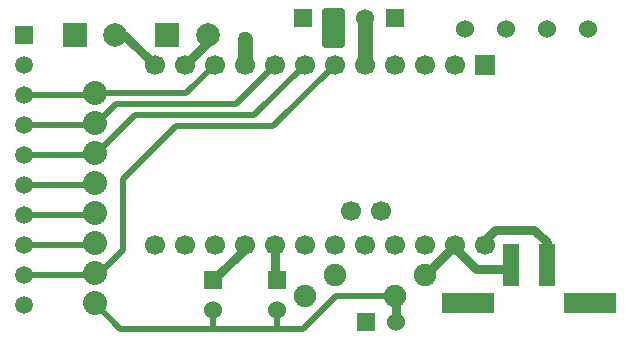
<source format=gbr>
G04 DipTrace 3.0.0.2*
G04 Top.gbr*
%MOIN*%
G04 #@! TF.FileFunction,Copper,L1,Top*
G04 #@! TF.Part,Single*
G04 #@! TA.AperFunction,Conductor*
%ADD14C,0.03*%
%ADD15C,0.02*%
G04 #@! TA.AperFunction,ComponentPad*
%ADD16C,0.05*%
G04 #@! TA.AperFunction,CopperBalancing*
%ADD17C,0.025*%
%ADD19R,0.177559X0.06811*%
%ADD20R,0.05315X0.14252*%
G04 #@! TA.AperFunction,ComponentPad*
%ADD21C,0.08*%
%ADD22R,0.06X0.06*%
%ADD23C,0.06*%
%ADD25C,0.075*%
%ADD26C,0.075*%
%ADD27C,0.05*%
%ADD28C,0.059055*%
%ADD29R,0.059055X0.059055*%
%ADD31R,0.07874X0.07874*%
%ADD32C,0.07874*%
%ADD33R,0.066929X0.066929*%
%ADD34C,0.066929*%
%ADD35C,0.066929*%
%FSLAX26Y26*%
G04*
G70*
G90*
G75*
G01*
G04 Top*
%LPD*%
X1998181Y710953D2*
D14*
Y729430D1*
X2031500Y762749D1*
X2162751D1*
X2205419Y720081D1*
Y644983D1*
X1298181Y710953D2*
Y602319D1*
X1306500Y594000D1*
X698379Y617226D2*
D15*
X717226D1*
X794000Y694000D1*
Y931500D1*
X969000Y1106500D1*
X1293728D1*
X1498181Y1310953D1*
X698379Y617226D2*
X693904Y612751D1*
X462749D1*
X1898181Y710953D2*
D14*
Y702319D1*
X1969000Y631500D1*
X2073825D1*
X2087308Y644983D1*
X1798375Y610950D2*
Y611147D1*
X1898181Y710953D1*
X1698375Y542201D2*
D15*
X1504701D1*
X1394000Y431500D1*
X1306500D1*
X1094000D1*
X784105D1*
X698379Y517226D1*
X1698375Y542201D2*
D14*
X1704627Y535949D1*
Y454701D1*
X1094000Y494000D2*
D15*
Y431500D1*
X1306500Y494000D2*
Y431500D1*
X698379Y917226D2*
X693904Y912751D1*
X462749D1*
X698379Y817226D2*
X693904Y812751D1*
X462749D1*
X698379Y717226D2*
X693904Y712751D1*
X462749D1*
X1075251Y1412751D2*
D14*
Y1388022D1*
X998181Y1310953D1*
X1198181Y710953D2*
Y698181D1*
X1094000Y594000D1*
X1600251Y1468999D2*
D16*
Y1313022D1*
X1598181Y1310953D1*
X698379Y1017226D2*
D15*
Y1010879D1*
X831500Y1144000D1*
X1231228D1*
X1398181Y1310953D1*
X698379Y1017226D2*
X693904Y1012751D1*
X462749D1*
X698379Y1117226D2*
Y1110879D1*
X769000Y1181500D1*
X1168728D1*
X1298181Y1310953D1*
X698379Y1117226D2*
X693904Y1112751D1*
X462749D1*
X698379Y1217226D2*
X1004454D1*
X1098181Y1310953D1*
X698379Y1217226D2*
X693904Y1212751D1*
X462749D1*
X765593Y1412751D2*
D14*
X796383D1*
X898181Y1310953D1*
X1198378Y1398453D2*
D16*
Y1311150D1*
X1198181Y1310953D1*
X1471500Y1462882D2*
D17*
X1516525D1*
X1471500Y1438012D2*
X1516525D1*
X1471500Y1413144D2*
X1516525D1*
X1471500Y1388276D2*
X1516525D1*
X1506500Y1487751D2*
X1469000D1*
Y1381501D1*
X1519000Y1381499D1*
Y1487751D1*
X1506500D1*
D19*
X1944001Y518999D3*
D20*
X2087308Y644983D3*
D19*
X2348529Y518999D3*
D20*
X2205419Y644983D3*
D21*
X698379Y517226D3*
Y617226D3*
Y717226D3*
Y817226D3*
Y917226D3*
Y1017226D3*
Y1117226D3*
Y1217226D3*
D22*
X1700251Y1468999D3*
D23*
X1600251D3*
D22*
X1394000Y1469001D3*
D23*
X1494000D3*
D22*
X1306500Y594000D3*
D23*
Y494000D3*
D22*
X1094000Y594000D3*
D23*
Y494000D3*
D22*
X1604627Y454701D3*
D23*
X1704627D3*
D25*
X1398375Y542201D3*
D26*
X1698375D3*
D16*
X1198378Y1398453D3*
D27*
X1498378D3*
D25*
X1498375Y610950D3*
D26*
X1798375D3*
D28*
X462749Y512751D3*
Y612751D3*
Y712751D3*
Y812751D3*
Y912751D3*
Y1012751D3*
Y1112751D3*
Y1212751D3*
Y1312751D3*
D29*
Y1412751D3*
D31*
X941156D3*
D32*
X1075251D3*
D31*
X631499D3*
D32*
X765593D3*
D23*
X2344000Y1431500D3*
X2206500D3*
X2069000D3*
X1931500D3*
D33*
X1998181Y1310953D3*
D34*
X1898181D3*
X1798181D3*
X1698181D3*
X1598181D3*
X1498181D3*
X1398181D3*
X1298181D3*
X1198181D3*
X1098181D3*
X998181D3*
X898181D3*
D35*
X1998181Y710953D3*
D34*
X1898181D3*
X1798181D3*
X1698181D3*
X1598181D3*
X1498181D3*
X1398181D3*
X1298181D3*
X1198181D3*
X1098181D3*
X998181D3*
X898181D3*
X1653181Y825953D3*
X1553181D3*
M02*

</source>
